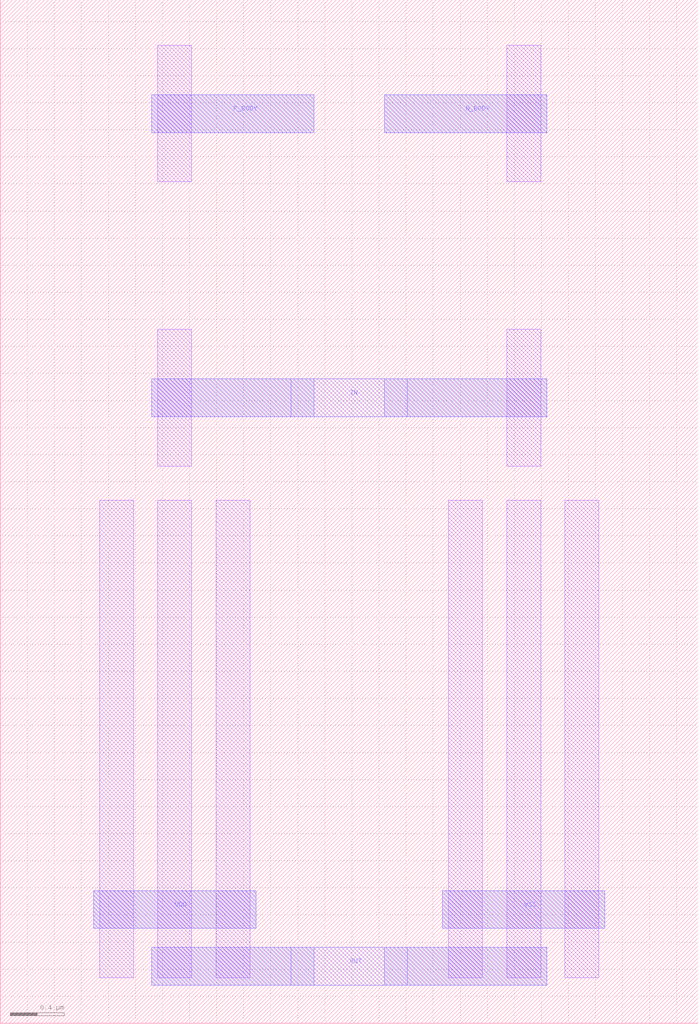
<source format=lef>
MACRO INV
  ORIGIN 0 0 ;
  FOREIGN INV 0 0 ;
  SIZE 5.16 BY 7.56 ;
  PIN N_BODY
    DIRECTION INOUT ;
    USE SIGNAL ;
    PORT 
      LAYER M2 ;
        RECT 2.84 6.58 4.04 6.86 ;
    END
  END N_BODY
  PIN OUT
    DIRECTION INOUT ;
    USE SIGNAL ;
    PORT 
      LAYER M2 ;
        RECT 1.12 0.28 2.32 0.56 ;
      LAYER M2 ;
        RECT 2.84 0.28 4.04 0.56 ;
      LAYER M2 ;
        RECT 2.15 0.28 3.01 0.56 ;
    END
  END OUT
  PIN IN
    DIRECTION INOUT ;
    USE SIGNAL ;
    PORT 
      LAYER M2 ;
        RECT 1.12 4.48 2.32 4.76 ;
      LAYER M2 ;
        RECT 2.84 4.48 4.04 4.76 ;
      LAYER M2 ;
        RECT 2.15 4.48 3.01 4.76 ;
    END
  END IN
  PIN VSS
    DIRECTION INOUT ;
    USE SIGNAL ;
    PORT 
      LAYER M2 ;
        RECT 3.27 0.7 4.47 0.98 ;
    END
  END VSS
  PIN P_BODY
    DIRECTION INOUT ;
    USE SIGNAL ;
    PORT 
      LAYER M2 ;
        RECT 1.12 6.58 2.32 6.86 ;
    END
  END P_BODY
  PIN VDD
    DIRECTION INOUT ;
    USE SIGNAL ;
    PORT 
      LAYER M2 ;
        RECT 0.69 0.7 1.89 0.98 ;
    END
  END VDD
  OBS 
  LAYER M1 ;
        RECT 3.745 0.335 3.995 3.865 ;
  LAYER M1 ;
        RECT 3.745 4.115 3.995 5.125 ;
  LAYER M1 ;
        RECT 3.745 6.215 3.995 7.225 ;
  LAYER M1 ;
        RECT 3.315 0.335 3.565 3.865 ;
  LAYER M1 ;
        RECT 4.175 0.335 4.425 3.865 ;
  LAYER M2 ;
        RECT 2.84 6.58 4.04 6.86 ;
  LAYER M2 ;
        RECT 2.84 0.28 4.04 0.56 ;
  LAYER M2 ;
        RECT 2.84 4.48 4.04 4.76 ;
  LAYER M2 ;
        RECT 3.27 0.7 4.47 0.98 ;
  LAYER M1 ;
        RECT 1.165 0.335 1.415 3.865 ;
  LAYER M1 ;
        RECT 1.165 4.115 1.415 5.125 ;
  LAYER M1 ;
        RECT 1.165 6.215 1.415 7.225 ;
  LAYER M1 ;
        RECT 1.595 0.335 1.845 3.865 ;
  LAYER M1 ;
        RECT 0.735 0.335 0.985 3.865 ;
  LAYER M2 ;
        RECT 1.12 6.58 2.32 6.86 ;
  LAYER M2 ;
        RECT 1.12 0.28 2.32 0.56 ;
  LAYER M2 ;
        RECT 1.12 4.48 2.32 4.76 ;
  LAYER M2 ;
        RECT 0.69 0.7 1.89 0.98 ;
  END 
END INV

</source>
